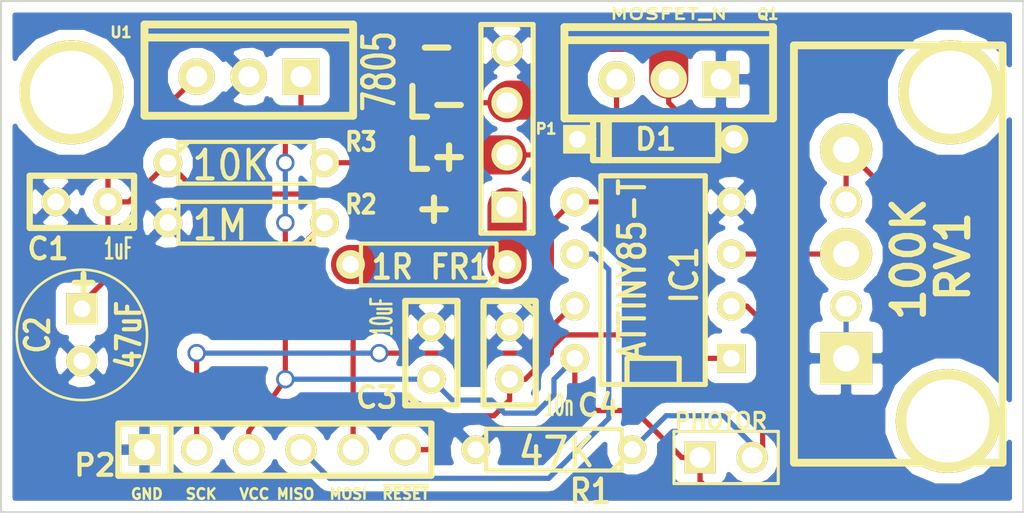
<source format=kicad_pcb>
(kicad_pcb (version 3) (host pcbnew "(2013-june-11)-stable")

  (general
    (links 38)
    (no_connects 0)
    (area 99.2505 99.8855 150.241 125.1966)
    (thickness 1.6)
    (drawings 9)
    (tracks 118)
    (zones 0)
    (modules 20)
    (nets 12)
  )

  (page A3)
  (layers
    (15 F.Cu signal)
    (0 B.Cu signal)
    (16 B.Adhes user)
    (17 F.Adhes user)
    (18 B.Paste user)
    (19 F.Paste user)
    (20 B.SilkS user)
    (21 F.SilkS user)
    (22 B.Mask user)
    (23 F.Mask user)
    (24 Dwgs.User user)
    (25 Cmts.User user)
    (26 Eco1.User user)
    (27 Eco2.User user)
    (28 Edge.Cuts user)
  )

  (setup
    (last_trace_width 1.905)
    (user_trace_width 0.254)
    (user_trace_width 1.27)
    (user_trace_width 1.905)
    (trace_clearance 0.254)
    (zone_clearance 0.508)
    (zone_45_only no)
    (trace_min 0.254)
    (segment_width 0.2)
    (edge_width 0.1)
    (via_size 0.889)
    (via_drill 0.635)
    (via_min_size 0.889)
    (via_min_drill 0.508)
    (uvia_size 0.508)
    (uvia_drill 0.127)
    (uvias_allowed no)
    (uvia_min_size 0.508)
    (uvia_min_drill 0.127)
    (pcb_text_width 0.3)
    (pcb_text_size 1.5 1.5)
    (mod_edge_width 0.15)
    (mod_text_size 1 1)
    (mod_text_width 0.15)
    (pad_size 5.064 5.064)
    (pad_drill 4.048)
    (pad_to_mask_clearance 0)
    (aux_axis_origin 0 0)
    (visible_elements FFFFFFBF)
    (pcbplotparams
      (layerselection 283148289)
      (usegerberextensions true)
      (excludeedgelayer true)
      (linewidth 0.150000)
      (plotframeref false)
      (viasonmask false)
      (mode 1)
      (useauxorigin false)
      (hpglpennumber 1)
      (hpglpenspeed 20)
      (hpglpendiameter 15)
      (hpglpenoverlay 2)
      (psnegative false)
      (psa4output false)
      (plotreference true)
      (plotvalue true)
      (plotothertext true)
      (plotinvisibletext false)
      (padsonsilk false)
      (subtractmaskfromsilk false)
      (outputformat 1)
      (mirror false)
      (drillshape 0)
      (scaleselection 1)
      (outputdirectory gerb/))
  )

  (net 0 "")
  (net 1 +12V)
  (net 2 /+12VS)
  (net 3 /ADC2)
  (net 4 /ADC3)
  (net 5 /DRAIN)
  (net 6 /MISO)
  (net 7 /MOSI)
  (net 8 /SCK)
  (net 9 /VCC)
  (net 10 /~RESET)
  (net 11 GND)

  (net_class Default "This is the default net class."
    (clearance 0.254)
    (trace_width 0.254)
    (via_dia 0.889)
    (via_drill 0.635)
    (uvia_dia 0.508)
    (uvia_drill 0.127)
    (add_net "")
    (add_net +12V)
    (add_net /+12VS)
    (add_net /ADC2)
    (add_net /ADC3)
    (add_net /MISO)
    (add_net /MOSI)
    (add_net /SCK)
    (add_net /VCC)
    (add_net /~RESET)
    (add_net GND)
  )

  (net_class POWER ""
    (clearance 0.508)
    (trace_width 1.27)
    (via_dia 0.889)
    (via_drill 0.635)
    (uvia_dia 0.508)
    (uvia_drill 0.127)
    (add_net /DRAIN)
  )

  (module 1pin (layer F.Cu) (tedit 5485044D) (tstamp 5484F982)
    (at 103.505 104.521 90)
    (descr "module 1 pin (ou trou mecanique de percage)")
    (tags DEV)
    (path 1pin)
    (fp_text reference 1PIN (at 0 -3.048 90) (layer F.SilkS) hide
      (effects (font (size 1.016 1.016) (thickness 0.254)))
    )
    (fp_text value P*** (at 0 2.794 90) (layer F.SilkS) hide
      (effects (font (size 1.016 1.016) (thickness 0.254)))
    )
    (fp_circle (center 0 0) (end 0 -2.286) (layer F.SilkS) (width 0.381))
    (pad 1 thru_hole circle (at 0 0 90) (size 5.064 5.064) (drill 4.048)
      (layers *.Cu *.Mask F.SilkS)
    )
  )

  (module 1pin (layer F.Cu) (tedit 54642926) (tstamp 54642993)
    (at 146.304 104.521 90)
    (descr "module 1 pin (ou trou mecanique de percage)")
    (tags DEV)
    (path 1pin)
    (fp_text reference 1PIN (at 0 -3.048 90) (layer F.SilkS) hide
      (effects (font (size 1.016 1.016) (thickness 0.254)))
    )
    (fp_text value P*** (at 0 2.794 90) (layer F.SilkS) hide
      (effects (font (size 1.016 1.016) (thickness 0.254)))
    )
    (fp_circle (center 0 0) (end 0 -2.286) (layer F.SilkS) (width 0.381))
    (pad 1 thru_hole circle (at 0 0 90) (size 5.064 5.064) (drill 4.048)
      (layers *.Cu *.Mask F.SilkS)
    )
  )

  (module 1pin (layer F.Cu) (tedit 54642926) (tstamp 54633299)
    (at 146.177 120.523 90)
    (descr "module 1 pin (ou trou mecanique de percage)")
    (tags DEV)
    (path 1pin)
    (fp_text reference 1PIN (at 0 -3.048 90) (layer F.SilkS) hide
      (effects (font (size 1.016 1.016) (thickness 0.254)))
    )
    (fp_text value P*** (at 0 2.794 90) (layer F.SilkS) hide
      (effects (font (size 1.016 1.016) (thickness 0.254)))
    )
    (fp_circle (center 0 0) (end 0 -2.286) (layer F.SilkS) (width 0.381))
    (pad 1 thru_hole circle (at 0 0 90) (size 5.064 5.064) (drill 4.048)
      (layers *.Cu *.Mask F.SilkS)
    )
  )

  (module POTA_Fav (layer F.Cu) (tedit 546421C5) (tstamp 5462C336)
    (at 146.304 112.395 180)
    (path /54618928)
    (fp_text reference RV1 (at -0.127 -0.127 270) (layer F.SilkS)
      (effects (font (size 1.524 1.524) (thickness 0.3048)))
    )
    (fp_text value 100K (at 2.032 -0.254 270) (layer F.SilkS)
      (effects (font (size 1.524 1.524) (thickness 0.3048)))
    )
    (fp_line (start 7.62 -10.16) (end 7.62 10.16) (layer F.SilkS) (width 0.381))
    (fp_line (start 7.62 10.16) (end 0 10.16) (layer F.SilkS) (width 0.381))
    (fp_line (start 0 10.16) (end -2.54 10.16) (layer F.SilkS) (width 0.381))
    (fp_line (start -2.54 10.16) (end -2.54 -10.16) (layer F.SilkS) (width 0.381))
    (fp_line (start -2.54 -10.16) (end 7.62 -10.16) (layer F.SilkS) (width 0.381))
    (pad 3 thru_hole circle (at 5.08 2.54 180) (size 1.524 1.524) (drill 1.016)
      (layers *.Cu *.Mask F.SilkS)
      (net 9 /VCC)
    )
    (pad 2 thru_hole circle (at 5.08 0 180) (size 2.54 2.54) (drill 1.27)
      (layers *.Cu *.Mask F.SilkS)
      (net 3 /ADC2)
    )
    (pad 1 thru_hole rect (at 5.08 -5.08 180) (size 2.54 2.54) (drill 1.27)
      (layers *.Cu *.Mask F.SilkS)
      (net 11 GND)
    )
    (pad 3 thru_hole circle (at 5.08 5.08 180) (size 2.54 2.54) (drill 1.27)
      (layers *.Cu *.Mask F.SilkS)
      (net 9 /VCC)
    )
    (pad 1 thru_hole circle (at 5.08 -2.54 180) (size 1.524 1.524) (drill 1.016)
      (layers *.Cu *.Mask F.SilkS)
      (net 11 GND)
    )
  )

  (module 1pin (layer F.Cu) (tedit 54642969) (tstamp 5484F98D)
    (at 103.4415 104.521 90)
    (descr "module 1 pin (ou trou mecanique de percage)")
    (tags DEV)
    (path 1pin)
    (fp_text reference 1PIN (at 0 -3.048 90) (layer F.SilkS) hide
      (effects (font (size 1.016 1.016) (thickness 0.254)))
    )
    (fp_text value P*** (at 0 2.794 90) (layer F.SilkS) hide
      (effects (font (size 1.016 1.016) (thickness 0.254)))
    )
    (fp_circle (center 0 0) (end 0 -2.286) (layer F.SilkS) (width 0.381))
  )

  (module PIN_ARRAY_2X1 (layer F.Cu) (tedit 5462D1DD) (tstamp 5462C73F)
    (at 135.382 122.301)
    (descr "Connecteurs 2 pins")
    (tags "CONN DEV")
    (path /5461F1C9)
    (fp_text reference PHOTOR1 (at 0 -1.905) (layer F.SilkS) hide
      (effects (font (size 0.762 0.762) (thickness 0.1524)))
    )
    (fp_text value PHOTOR (at -0.254 -1.778) (layer F.SilkS)
      (effects (font (size 0.762 0.762) (thickness 0.1524)))
    )
    (fp_line (start -2.54 1.27) (end -2.54 -1.27) (layer F.SilkS) (width 0.1524))
    (fp_line (start -2.54 -1.27) (end 2.54 -1.27) (layer F.SilkS) (width 0.1524))
    (fp_line (start 2.54 -1.27) (end 2.54 1.27) (layer F.SilkS) (width 0.1524))
    (fp_line (start 2.54 1.27) (end -2.54 1.27) (layer F.SilkS) (width 0.1524))
    (pad 1 thru_hole rect (at -1.27 0) (size 1.524 1.524) (drill 1.016)
      (layers *.Cu *.Mask F.SilkS)
      (net 9 /VCC)
    )
    (pad 2 thru_hole circle (at 1.27 0) (size 1.524 1.524) (drill 1.016)
      (layers *.Cu *.Mask F.SilkS)
      (net 4 /ADC3)
    )
    (model pin_array/pins_array_2x1.wrl
      (at (xyz 0 0 0))
      (scale (xyz 1 1 1))
      (rotate (xyz 0 0 0))
    )
  )

  (module TO220_VERT (layer F.Cu) (tedit 5485063A) (tstamp 5462C4ED)
    (at 112.141 103.759 90)
    (descr "Regulateur TO220 serie LM78xx")
    (tags "TR TO220")
    (path /546185D9)
    (fp_text reference U1 (at 2.159 -6.223 180) (layer F.SilkS)
      (effects (font (size 0.508 0.508) (thickness 0.127)))
    )
    (fp_text value 7805 (at 0.254 6.35 90) (layer F.SilkS)
      (effects (font (size 1.524 1.016) (thickness 0.2032)))
    )
    (fp_line (start 1.905 -5.08) (end 2.54 -5.08) (layer F.SilkS) (width 0.381))
    (fp_line (start 2.54 -5.08) (end 2.54 5.08) (layer F.SilkS) (width 0.381))
    (fp_line (start 2.54 5.08) (end 1.905 5.08) (layer F.SilkS) (width 0.381))
    (fp_line (start -1.905 -5.08) (end 1.905 -5.08) (layer F.SilkS) (width 0.381))
    (fp_line (start 1.905 -5.08) (end 1.905 5.08) (layer F.SilkS) (width 0.381))
    (fp_line (start 1.905 5.08) (end -1.905 5.08) (layer F.SilkS) (width 0.381))
    (fp_line (start -1.905 5.08) (end -1.905 -5.08) (layer F.SilkS) (width 0.381))
    (pad VI thru_hole circle (at 0 -2.54 90) (size 1.778 1.778) (drill 1.016)
      (layers *.Cu *.Mask F.SilkS)
      (net 2 /+12VS)
    )
    (pad GND thru_hole circle (at 0 0 90) (size 1.778 1.778) (drill 1.016)
      (layers *.Cu *.Mask F.SilkS)
      (net 11 GND)
    )
    (pad VO thru_hole rect (at 0 2.54 90) (size 1.778 1.778) (drill 1.016)
      (layers *.Cu *.Mask F.SilkS)
      (net 9 /VCC)
    )
  )

  (module TO220_VERT (layer F.Cu) (tedit 54850BB1) (tstamp 546429F1)
    (at 132.588 103.886 90)
    (descr "Regulateur TO220 serie LM78xx")
    (tags "TR TO220")
    (path /5461894E)
    (fp_text reference Q1 (at 3.175 4.826 180) (layer F.SilkS)
      (effects (font (size 0.508 0.508) (thickness 0.127)))
    )
    (fp_text value MOSFET_N (at 3.175 0 180) (layer F.SilkS)
      (effects (font (size 0.508 0.762) (thickness 0.127)))
    )
    (fp_line (start 1.905 -5.08) (end 2.54 -5.08) (layer F.SilkS) (width 0.381))
    (fp_line (start 2.54 -5.08) (end 2.54 5.08) (layer F.SilkS) (width 0.381))
    (fp_line (start 2.54 5.08) (end 1.905 5.08) (layer F.SilkS) (width 0.381))
    (fp_line (start -1.905 -5.08) (end 1.905 -5.08) (layer F.SilkS) (width 0.381))
    (fp_line (start 1.905 -5.08) (end 1.905 5.08) (layer F.SilkS) (width 0.381))
    (fp_line (start 1.905 5.08) (end -1.905 5.08) (layer F.SilkS) (width 0.381))
    (fp_line (start -1.905 5.08) (end -1.905 -5.08) (layer F.SilkS) (width 0.381))
    (pad G thru_hole circle (at 0 -2.54 90) (size 1.778 1.778) (drill 1.016)
      (layers *.Cu *.Mask F.SilkS)
      (net 7 /MOSI)
    )
    (pad D thru_hole circle (at 0 0 90) (size 1.778 1.778) (drill 1.016)
      (layers *.Cu *.Mask F.SilkS)
      (net 5 /DRAIN)
    )
    (pad S thru_hole rect (at 0 2.54 90) (size 1.778 1.778) (drill 1.016)
      (layers *.Cu *.Mask F.SilkS)
      (net 11 GND)
    )
  )

  (module R3 (layer F.Cu) (tedit 54850A23) (tstamp 5462C30E)
    (at 112.014 110.871 180)
    (descr "Resitance 3 pas")
    (tags R)
    (path /5461883F)
    (autoplace_cost180 10)
    (fp_text reference R2 (at -5.588 0.889 180) (layer F.SilkS)
      (effects (font (size 0.889 0.762) (thickness 0.1905)))
    )
    (fp_text value 1M (at 1.27 -0.127 180) (layer F.SilkS)
      (effects (font (size 1.397 1.27) (thickness 0.2032)))
    )
    (fp_line (start -3.81 0) (end -3.302 0) (layer F.SilkS) (width 0.2032))
    (fp_line (start 3.81 0) (end 3.302 0) (layer F.SilkS) (width 0.2032))
    (fp_line (start 3.302 0) (end 3.302 -1.016) (layer F.SilkS) (width 0.2032))
    (fp_line (start 3.302 -1.016) (end -3.302 -1.016) (layer F.SilkS) (width 0.2032))
    (fp_line (start -3.302 -1.016) (end -3.302 1.016) (layer F.SilkS) (width 0.2032))
    (fp_line (start -3.302 1.016) (end 3.302 1.016) (layer F.SilkS) (width 0.2032))
    (fp_line (start 3.302 1.016) (end 3.302 0) (layer F.SilkS) (width 0.2032))
    (fp_line (start -3.302 -0.508) (end -2.794 -1.016) (layer F.SilkS) (width 0.2032))
    (pad 1 thru_hole circle (at -3.81 0 180) (size 1.397 1.397) (drill 0.8128)
      (layers *.Cu *.Mask F.SilkS)
      (net 7 /MOSI)
    )
    (pad 2 thru_hole circle (at 3.81 0 180) (size 1.397 1.397) (drill 0.8128)
      (layers *.Cu *.Mask F.SilkS)
      (net 11 GND)
    )
    (model discret/resistor.wrl
      (at (xyz 0 0 0))
      (scale (xyz 0.3 0.3 0.3))
      (rotate (xyz 0 0 0))
    )
  )

  (module R3 (layer F.Cu) (tedit 54850956) (tstamp 5462C31C)
    (at 127 121.92 180)
    (descr "Resitance 3 pas")
    (tags R)
    (path /5462B8A8)
    (autoplace_cost180 10)
    (fp_text reference R1 (at -1.778 -2.032 180) (layer F.SilkS)
      (effects (font (size 1.143 1.016) (thickness 0.2032)))
    )
    (fp_text value 47K (at -0.127 -0.127 180) (layer F.SilkS)
      (effects (font (size 1.397 1.27) (thickness 0.2032)))
    )
    (fp_line (start -3.81 0) (end -3.302 0) (layer F.SilkS) (width 0.2032))
    (fp_line (start 3.81 0) (end 3.302 0) (layer F.SilkS) (width 0.2032))
    (fp_line (start 3.302 0) (end 3.302 -1.016) (layer F.SilkS) (width 0.2032))
    (fp_line (start 3.302 -1.016) (end -3.302 -1.016) (layer F.SilkS) (width 0.2032))
    (fp_line (start -3.302 -1.016) (end -3.302 1.016) (layer F.SilkS) (width 0.2032))
    (fp_line (start -3.302 1.016) (end 3.302 1.016) (layer F.SilkS) (width 0.2032))
    (fp_line (start 3.302 1.016) (end 3.302 0) (layer F.SilkS) (width 0.2032))
    (fp_line (start -3.302 -0.508) (end -2.794 -1.016) (layer F.SilkS) (width 0.2032))
    (pad 1 thru_hole circle (at -3.81 0 180) (size 1.397 1.397) (drill 0.8128)
      (layers *.Cu *.Mask F.SilkS)
      (net 4 /ADC3)
    )
    (pad 2 thru_hole circle (at 3.81 0 180) (size 1.397 1.397) (drill 0.8128)
      (layers *.Cu *.Mask F.SilkS)
      (net 11 GND)
    )
    (model discret/resistor.wrl
      (at (xyz 0 0 0))
      (scale (xyz 0.3 0.3 0.3))
      (rotate (xyz 0 0 0))
    )
  )

  (module PIN_ARRAY_4x1 (layer F.Cu) (tedit 54850609) (tstamp 5462C342)
    (at 124.714 106.299 90)
    (descr "Double rangee de contacts 2 x 5 pins")
    (tags CONN)
    (path /54618077)
    (fp_text reference P1 (at 0 1.905 180) (layer F.SilkS)
      (effects (font (size 0.508 0.508) (thickness 0.127)))
    )
    (fp_text value CONN_4 (at 0 2.54 90) (layer F.SilkS) hide
      (effects (font (size 1.016 1.016) (thickness 0.2032)))
    )
    (fp_line (start 5.08 1.27) (end -5.08 1.27) (layer F.SilkS) (width 0.254))
    (fp_line (start 5.08 -1.27) (end -5.08 -1.27) (layer F.SilkS) (width 0.254))
    (fp_line (start -5.08 -1.27) (end -5.08 1.27) (layer F.SilkS) (width 0.254))
    (fp_line (start 5.08 1.27) (end 5.08 -1.27) (layer F.SilkS) (width 0.254))
    (pad 1 thru_hole rect (at -3.81 0 90) (size 1.524 1.524) (drill 1.016)
      (layers *.Cu *.Mask F.SilkS)
      (net 1 +12V)
    )
    (pad 2 thru_hole circle (at -1.27 0 90) (size 1.524 1.524) (drill 1.016)
      (layers *.Cu *.Mask F.SilkS)
      (net 2 /+12VS)
    )
    (pad 3 thru_hole circle (at 1.27 0 90) (size 1.524 1.524) (drill 1.016)
      (layers *.Cu *.Mask F.SilkS)
      (net 5 /DRAIN)
    )
    (pad 4 thru_hole circle (at 3.81 0 90) (size 1.524 1.524) (drill 1.016)
      (layers *.Cu *.Mask F.SilkS)
      (net 11 GND)
    )
    (model pin_array\pins_array_4x1.wrl
      (at (xyz 0 0 0))
      (scale (xyz 1 1 1))
      (rotate (xyz 0 0 0))
    )
  )

  (module PIN_ARRAY-6X1 (layer F.Cu) (tedit 54850BCC) (tstamp 5462C351)
    (at 113.411 121.92)
    (descr "Connecteur 6 pins")
    (tags "CONN DEV")
    (path /54618647)
    (fp_text reference P2 (at -8.763 0.762) (layer F.SilkS)
      (effects (font (size 1.016 1.016) (thickness 0.2032)))
    )
    (fp_text value ICSP (at 0 2.159) (layer F.SilkS) hide
      (effects (font (size 1.016 0.889) (thickness 0.2032)))
    )
    (fp_line (start -7.62 1.27) (end -7.62 -1.27) (layer F.SilkS) (width 0.3048))
    (fp_line (start -7.62 -1.27) (end 7.62 -1.27) (layer F.SilkS) (width 0.3048))
    (fp_line (start 7.62 -1.27) (end 7.62 1.27) (layer F.SilkS) (width 0.3048))
    (fp_line (start 7.62 1.27) (end -7.62 1.27) (layer F.SilkS) (width 0.3048))
    (fp_line (start -5.08 1.27) (end -5.08 -1.27) (layer F.SilkS) (width 0.3048))
    (pad 1 thru_hole rect (at -6.35 0) (size 1.524 1.524) (drill 1.016)
      (layers *.Cu *.Mask F.SilkS)
      (net 11 GND)
    )
    (pad 2 thru_hole circle (at -3.81 0) (size 1.524 1.524) (drill 1.016)
      (layers *.Cu *.Mask F.SilkS)
      (net 8 /SCK)
    )
    (pad 3 thru_hole circle (at -1.27 0) (size 1.524 1.524) (drill 1.016)
      (layers *.Cu *.Mask F.SilkS)
      (net 9 /VCC)
    )
    (pad 4 thru_hole circle (at 1.27 0) (size 1.524 1.524) (drill 1.016)
      (layers *.Cu *.Mask F.SilkS)
      (net 6 /MISO)
    )
    (pad 5 thru_hole circle (at 3.81 0) (size 1.524 1.524) (drill 1.016)
      (layers *.Cu *.Mask F.SilkS)
      (net 7 /MOSI)
    )
    (pad 6 thru_hole circle (at 6.35 0) (size 1.524 1.524) (drill 1.016)
      (layers *.Cu *.Mask F.SilkS)
      (net 10 /~RESET)
    )
    (model pin_array/pins_array_6x1.wrl
      (at (xyz 0 0 0))
      (scale (xyz 1 1 1))
      (rotate (xyz 0 0 0))
    )
  )

  (module C1 (layer F.Cu) (tedit 548505C0) (tstamp 5484F93A)
    (at 104.013 109.855 180)
    (descr "Condensateur e = 1 pas")
    (tags C)
    (path /54618726)
    (fp_text reference C1 (at 1.651 -2.286 180) (layer F.SilkS)
      (effects (font (size 1.016 1.016) (thickness 0.2032)))
    )
    (fp_text value 1uF (at -1.778 -2.286 180) (layer F.SilkS)
      (effects (font (size 1.016 0.508) (thickness 0.127)))
    )
    (fp_line (start -2.4892 -1.27) (end 2.54 -1.27) (layer F.SilkS) (width 0.3048))
    (fp_line (start 2.54 -1.27) (end 2.54 1.27) (layer F.SilkS) (width 0.3048))
    (fp_line (start 2.54 1.27) (end -2.54 1.27) (layer F.SilkS) (width 0.3048))
    (fp_line (start -2.54 1.27) (end -2.54 -1.27) (layer F.SilkS) (width 0.3048))
    (fp_line (start -2.54 -0.635) (end -1.905 -1.27) (layer F.SilkS) (width 0.3048))
    (pad 1 thru_hole circle (at -1.27 0 180) (size 1.397 1.397) (drill 0.8128)
      (layers *.Cu *.Mask F.SilkS)
      (net 2 /+12VS)
    )
    (pad 2 thru_hole circle (at 1.27 0 180) (size 1.397 1.397) (drill 0.8128)
      (layers *.Cu *.Mask F.SilkS)
      (net 11 GND)
    )
    (model discret/capa_1_pas.wrl
      (at (xyz 0 0 0))
      (scale (xyz 1 1 1))
      (rotate (xyz 0 0 0))
    )
  )

  (module C1 (layer F.Cu) (tedit 5485092D) (tstamp 5462C36E)
    (at 121.031 117.221 90)
    (descr "Condensateur e = 1 pas")
    (tags C)
    (path /546187BF)
    (fp_text reference C3 (at -2.159 -2.667 180) (layer F.SilkS)
      (effects (font (size 1.016 1.016) (thickness 0.2032)))
    )
    (fp_text value 10uF (at 1.778 -2.413 90) (layer F.SilkS)
      (effects (font (size 1.016 0.508) (thickness 0.127)))
    )
    (fp_line (start -2.4892 -1.27) (end 2.54 -1.27) (layer F.SilkS) (width 0.3048))
    (fp_line (start 2.54 -1.27) (end 2.54 1.27) (layer F.SilkS) (width 0.3048))
    (fp_line (start 2.54 1.27) (end -2.54 1.27) (layer F.SilkS) (width 0.3048))
    (fp_line (start -2.54 1.27) (end -2.54 -1.27) (layer F.SilkS) (width 0.3048))
    (fp_line (start -2.54 -0.635) (end -1.905 -1.27) (layer F.SilkS) (width 0.3048))
    (pad 1 thru_hole circle (at -1.27 0 90) (size 1.397 1.397) (drill 0.8128)
      (layers *.Cu *.Mask F.SilkS)
      (net 9 /VCC)
    )
    (pad 2 thru_hole circle (at 1.27 0 90) (size 1.397 1.397) (drill 0.8128)
      (layers *.Cu *.Mask F.SilkS)
      (net 11 GND)
    )
    (model discret/capa_1_pas.wrl
      (at (xyz 0 0 0))
      (scale (xyz 1 1 1))
      (rotate (xyz 0 0 0))
    )
  )

  (module DIP-8__300 (layer F.Cu) (tedit 5462CA25) (tstamp 5462C55A)
    (at 131.826 113.665 90)
    (descr "8 pins DIL package, round pads")
    (tags DIL)
    (path /5461803C)
    (fp_text reference IC1 (at 0.254 1.524 90) (layer F.SilkS)
      (effects (font (size 1.27 1.143) (thickness 0.2032)))
    )
    (fp_text value ATTINY85-T (at 0.508 -1.016 90) (layer F.SilkS)
      (effects (font (size 1.27 1.016) (thickness 0.2032)))
    )
    (fp_line (start -5.08 -1.27) (end -3.81 -1.27) (layer F.SilkS) (width 0.254))
    (fp_line (start -3.81 -1.27) (end -3.81 1.27) (layer F.SilkS) (width 0.254))
    (fp_line (start -3.81 1.27) (end -5.08 1.27) (layer F.SilkS) (width 0.254))
    (fp_line (start -5.08 -2.54) (end 5.08 -2.54) (layer F.SilkS) (width 0.254))
    (fp_line (start 5.08 -2.54) (end 5.08 2.54) (layer F.SilkS) (width 0.254))
    (fp_line (start 5.08 2.54) (end -5.08 2.54) (layer F.SilkS) (width 0.254))
    (fp_line (start -5.08 2.54) (end -5.08 -2.54) (layer F.SilkS) (width 0.254))
    (pad 1 thru_hole rect (at -3.81 3.81 90) (size 1.397 1.397) (drill 0.8128)
      (layers *.Cu *.Mask F.SilkS)
      (net 10 /~RESET)
    )
    (pad 2 thru_hole circle (at -1.27 3.81 90) (size 1.397 1.397) (drill 0.8128)
      (layers *.Cu *.Mask F.SilkS)
      (net 4 /ADC3)
    )
    (pad 3 thru_hole circle (at 1.27 3.81 90) (size 1.397 1.397) (drill 0.8128)
      (layers *.Cu *.Mask F.SilkS)
      (net 3 /ADC2)
    )
    (pad 4 thru_hole circle (at 3.81 3.81 90) (size 1.397 1.397) (drill 0.8128)
      (layers *.Cu *.Mask F.SilkS)
      (net 11 GND)
    )
    (pad 5 thru_hole circle (at 3.81 -3.81 90) (size 1.397 1.397) (drill 0.8128)
      (layers *.Cu *.Mask F.SilkS)
      (net 7 /MOSI)
    )
    (pad 6 thru_hole circle (at 1.27 -3.81 90) (size 1.397 1.397) (drill 0.8128)
      (layers *.Cu *.Mask F.SilkS)
      (net 6 /MISO)
    )
    (pad 7 thru_hole circle (at -1.27 -3.81 90) (size 1.397 1.397) (drill 0.8128)
      (layers *.Cu *.Mask F.SilkS)
      (net 8 /SCK)
    )
    (pad 8 thru_hole circle (at -3.81 -3.81 90) (size 1.397 1.397) (drill 0.8128)
      (layers *.Cu *.Mask F.SilkS)
      (net 9 /VCC)
    )
    (model dil/dil_8.wrl
      (at (xyz 0 0 0))
      (scale (xyz 1 1 1))
      (rotate (xyz 0 0 0))
    )
  )

  (module C1 (layer F.Cu) (tedit 54850944) (tstamp 5462CCC7)
    (at 124.841 117.221 270)
    (descr "Condensateur e = 1 pas")
    (tags C)
    (path /5462CC33)
    (fp_text reference C4 (at 2.54 -4.318 360) (layer F.SilkS)
      (effects (font (size 1.016 1.016) (thickness 0.2032)))
    )
    (fp_text value 10n (at 2.54 -2.413 360) (layer F.SilkS)
      (effects (font (size 1.016 0.508) (thickness 0.127)))
    )
    (fp_line (start -2.4892 -1.27) (end 2.54 -1.27) (layer F.SilkS) (width 0.3048))
    (fp_line (start 2.54 -1.27) (end 2.54 1.27) (layer F.SilkS) (width 0.3048))
    (fp_line (start 2.54 1.27) (end -2.54 1.27) (layer F.SilkS) (width 0.3048))
    (fp_line (start -2.54 1.27) (end -2.54 -1.27) (layer F.SilkS) (width 0.3048))
    (fp_line (start -2.54 -0.635) (end -1.905 -1.27) (layer F.SilkS) (width 0.3048))
    (pad 1 thru_hole circle (at -1.27 0 270) (size 1.397 1.397) (drill 0.8128)
      (layers *.Cu *.Mask F.SilkS)
      (net 11 GND)
    )
    (pad 2 thru_hole circle (at 1.27 0 270) (size 1.397 1.397) (drill 0.8128)
      (layers *.Cu *.Mask F.SilkS)
      (net 10 /~RESET)
    )
    (model discret/capa_1_pas.wrl
      (at (xyz 0 0 0))
      (scale (xyz 1 1 1))
      (rotate (xyz 0 0 0))
    )
  )

  (module C1V7 (layer F.Cu) (tedit 54850BD6) (tstamp 5462D061)
    (at 104.013 116.332 270)
    (path /5461876D)
    (fp_text reference C2 (at 0 2.159 270) (layer F.SilkS)
      (effects (font (size 1.143 0.889) (thickness 0.2032)))
    )
    (fp_text value 47uF (at 0 -2.286 270) (layer F.SilkS)
      (effects (font (size 1.143 0.889) (thickness 0.2032)))
    )
    (fp_text user + (at -2.54 0 270) (layer F.SilkS)
      (effects (font (size 1.143 1.143) (thickness 0.3048)))
    )
    (fp_circle (center 0 0) (end 3.175 0) (layer F.SilkS) (width 0.127))
    (pad 1 thru_hole rect (at -1.27 0 270) (size 1.524 1.524) (drill 0.8128)
      (layers *.Cu *.Mask F.SilkS)
      (net 2 /+12VS)
    )
    (pad 2 thru_hole circle (at 1.27 0 270) (size 1.524 1.524) (drill 0.8128)
      (layers *.Cu *.Mask F.SilkS)
      (net 11 GND)
    )
    (model discret/c_vert_c1v7.wrl
      (at (xyz 0 0 0))
      (scale (xyz 1 1 1))
      (rotate (xyz 0 0 0))
    )
  )

  (module R3 (layer F.Cu) (tedit 54850A1E) (tstamp 5484F949)
    (at 112.014 107.95)
    (descr "Resitance 3 pas")
    (tags R)
    (path /54771078)
    (autoplace_cost180 10)
    (fp_text reference R3 (at 5.588 -1.016) (layer F.SilkS)
      (effects (font (size 0.889 0.762) (thickness 0.1905)))
    )
    (fp_text value 10K (at -0.762 0.127) (layer F.SilkS)
      (effects (font (size 1.397 1.27) (thickness 0.2032)))
    )
    (fp_line (start -3.81 0) (end -3.302 0) (layer F.SilkS) (width 0.2032))
    (fp_line (start 3.81 0) (end 3.302 0) (layer F.SilkS) (width 0.2032))
    (fp_line (start 3.302 0) (end 3.302 -1.016) (layer F.SilkS) (width 0.2032))
    (fp_line (start 3.302 -1.016) (end -3.302 -1.016) (layer F.SilkS) (width 0.2032))
    (fp_line (start -3.302 -1.016) (end -3.302 1.016) (layer F.SilkS) (width 0.2032))
    (fp_line (start -3.302 1.016) (end 3.302 1.016) (layer F.SilkS) (width 0.2032))
    (fp_line (start 3.302 1.016) (end 3.302 0) (layer F.SilkS) (width 0.2032))
    (fp_line (start -3.302 -0.508) (end -2.794 -1.016) (layer F.SilkS) (width 0.2032))
    (pad 1 thru_hole circle (at -3.81 0) (size 1.397 1.397) (drill 0.8128)
      (layers *.Cu *.Mask F.SilkS)
      (net 2 /+12VS)
    )
    (pad 2 thru_hole circle (at 3.81 0) (size 1.397 1.397) (drill 0.8128)
      (layers *.Cu *.Mask F.SilkS)
      (net 5 /DRAIN)
    )
    (model discret/resistor.wrl
      (at (xyz 0 0 0))
      (scale (xyz 0.3 0.3 0.3))
      (rotate (xyz 0 0 0))
    )
  )

  (module R3 (layer F.Cu) (tedit 54851234) (tstamp 548510ED)
    (at 120.904 112.903 180)
    (descr "Resitance 3 pas")
    (tags R)
    (path /54850EF1)
    (autoplace_cost180 10)
    (fp_text reference FR1 (at -1.524 -0.127 180) (layer F.SilkS)
      (effects (font (size 1.143 1.016) (thickness 0.2032)))
    )
    (fp_text value 1R (at 1.778 -0.127 180) (layer F.SilkS)
      (effects (font (size 1.143 1.016) (thickness 0.2032)))
    )
    (fp_line (start -3.81 0) (end -3.302 0) (layer F.SilkS) (width 0.2032))
    (fp_line (start 3.81 0) (end 3.302 0) (layer F.SilkS) (width 0.2032))
    (fp_line (start 3.302 0) (end 3.302 -1.016) (layer F.SilkS) (width 0.2032))
    (fp_line (start 3.302 -1.016) (end -3.302 -1.016) (layer F.SilkS) (width 0.2032))
    (fp_line (start -3.302 -1.016) (end -3.302 1.016) (layer F.SilkS) (width 0.2032))
    (fp_line (start -3.302 1.016) (end 3.302 1.016) (layer F.SilkS) (width 0.2032))
    (fp_line (start 3.302 1.016) (end 3.302 0) (layer F.SilkS) (width 0.2032))
    (fp_line (start -3.302 -0.508) (end -2.794 -1.016) (layer F.SilkS) (width 0.2032))
    (pad 1 thru_hole circle (at -3.81 0 180) (size 1.397 1.397) (drill 0.8128)
      (layers *.Cu *.Mask F.SilkS)
      (net 1 +12V)
    )
    (pad 2 thru_hole circle (at 3.81 0 180) (size 1.397 1.397) (drill 0.8128)
      (layers *.Cu *.Mask F.SilkS)
      (net 2 /+12VS)
    )
    (model discret/resistor.wrl
      (at (xyz 0 0 0))
      (scale (xyz 0.3 0.3 0.3))
      (rotate (xyz 0 0 0))
    )
  )

  (module D3 (layer F.Cu) (tedit 200000) (tstamp 5485161C)
    (at 131.953 106.807 180)
    (descr "Diode 3 pas")
    (tags "DIODE DEV")
    (path /54851518)
    (fp_text reference D1 (at 0 0 180) (layer F.SilkS)
      (effects (font (size 1.016 1.016) (thickness 0.2032)))
    )
    (fp_text value DIODE (at 0 0 180) (layer F.SilkS) hide
      (effects (font (size 1.016 1.016) (thickness 0.2032)))
    )
    (fp_line (start 3.81 0) (end 3.048 0) (layer F.SilkS) (width 0.3048))
    (fp_line (start 3.048 0) (end 3.048 -1.016) (layer F.SilkS) (width 0.3048))
    (fp_line (start 3.048 -1.016) (end -3.048 -1.016) (layer F.SilkS) (width 0.3048))
    (fp_line (start -3.048 -1.016) (end -3.048 0) (layer F.SilkS) (width 0.3048))
    (fp_line (start -3.048 0) (end -3.81 0) (layer F.SilkS) (width 0.3048))
    (fp_line (start -3.048 0) (end -3.048 1.016) (layer F.SilkS) (width 0.3048))
    (fp_line (start -3.048 1.016) (end 3.048 1.016) (layer F.SilkS) (width 0.3048))
    (fp_line (start 3.048 1.016) (end 3.048 0) (layer F.SilkS) (width 0.3048))
    (fp_line (start 2.54 -1.016) (end 2.54 1.016) (layer F.SilkS) (width 0.3048))
    (fp_line (start 2.286 1.016) (end 2.286 -1.016) (layer F.SilkS) (width 0.3048))
    (pad 2 thru_hole rect (at 3.81 0 180) (size 1.397 1.397) (drill 0.8128)
      (layers *.Cu *.Mask F.SilkS)
      (net 2 /+12VS)
    )
    (pad 1 thru_hole circle (at -3.81 0 180) (size 1.397 1.397) (drill 0.8128)
      (layers *.Cu *.Mask F.SilkS)
      (net 5 /DRAIN)
    )
    (model discret/diode.wrl
      (at (xyz 0 0 0))
      (scale (xyz 0.3 0.3 0.3))
      (rotate (xyz 0 0 0))
    )
  )

  (gr_text "GND   SCK   VCC MISO  MOSI  ~RESET" (at 113.665 124.079) (layer F.SilkS)
    (effects (font (size 0.5 0.5) (thickness 0.125)))
  )
  (gr_text L- (at 121.285 105.029) (layer F.SilkS)
    (effects (font (size 1.5 1.5) (thickness 0.3)))
  )
  (gr_text L+ (at 121.285 107.569) (layer F.SilkS)
    (effects (font (size 1.5 1.5) (thickness 0.3)))
  )
  (gr_text + (at 121.158 110.109) (layer F.SilkS)
    (effects (font (size 1.5 1.5) (thickness 0.3)))
  )
  (gr_text - (at 121.285 102.235) (layer F.SilkS)
    (effects (font (size 1.5 1.5) (thickness 0.3)))
  )
  (gr_line (start 100.076 124.968) (end 100.076 100.076) (angle 90) (layer Edge.Cuts) (width 0.1))
  (gr_line (start 149.86 124.968) (end 100.076 124.968) (angle 90) (layer Edge.Cuts) (width 0.1))
  (gr_line (start 149.86 100.076) (end 149.86 124.968) (angle 90) (layer Edge.Cuts) (width 0.1))
  (gr_line (start 100.076 100.076) (end 149.86 100.076) (angle 90) (layer Edge.Cuts) (width 0.1))

  (segment (start 124.714 112.903) (end 124.714 110.109) (width 1.905) (layer F.Cu) (net 1))
  (segment (start 108.204 107.95) (end 109.728 109.474) (width 0.254) (layer F.Cu) (net 2))
  (segment (start 120.777 109.474) (end 120.904 109.601) (width 0.254) (layer F.Cu) (net 2) (tstamp 54851A61))
  (segment (start 109.728 109.474) (end 120.777 109.474) (width 0.254) (layer F.Cu) (net 2) (tstamp 54851A5A))
  (segment (start 124.714 107.569) (end 122.936 107.569) (width 1.905) (layer F.Cu) (net 2))
  (segment (start 122.936 107.569) (end 120.904 109.601) (width 1.905) (layer F.Cu) (net 2) (tstamp 54851A2D))
  (segment (start 119.888 112.903) (end 117.094 112.903) (width 1.905) (layer F.Cu) (net 2) (tstamp 54851A33))
  (segment (start 120.904 109.601) (end 120.904 111.887) (width 1.905) (layer F.Cu) (net 2) (tstamp 54851A2F))
  (segment (start 120.904 111.887) (end 119.888 112.903) (width 1.905) (layer F.Cu) (net 2) (tstamp 54851A30))
  (segment (start 128.143 106.807) (end 127.381 106.807) (width 0.254) (layer F.Cu) (net 2))
  (segment (start 126.619 107.569) (end 124.714 107.569) (width 0.254) (layer F.Cu) (net 2) (tstamp 548516E0))
  (segment (start 127.381 106.807) (end 126.619 107.569) (width 0.254) (layer F.Cu) (net 2) (tstamp 548516DF))
  (segment (start 105.283 109.855) (end 105.283 108.077) (width 0.254) (layer F.Cu) (net 2))
  (segment (start 105.283 108.077) (end 109.601 103.759) (width 0.254) (layer F.Cu) (net 2) (tstamp 5485126A))
  (segment (start 105.283 109.855) (end 106.299 109.855) (width 0.254) (layer F.Cu) (net 2))
  (segment (start 106.299 109.855) (end 108.204 107.95) (width 0.254) (layer F.Cu) (net 2) (tstamp 54850CD3))
  (segment (start 104.013 115.062) (end 104.013 114.808) (width 0.254) (layer F.Cu) (net 2))
  (segment (start 105.283 113.538) (end 105.283 109.855) (width 0.254) (layer F.Cu) (net 2) (tstamp 5484FBE2))
  (segment (start 104.013 114.808) (end 105.283 113.538) (width 0.254) (layer F.Cu) (net 2) (tstamp 5484FBE0))
  (segment (start 135.636 112.395) (end 141.224 112.395) (width 0.254) (layer F.Cu) (net 3))
  (segment (start 130.81 121.92) (end 132.461 120.269) (width 0.254) (layer B.Cu) (net 4))
  (segment (start 136.652 121.666) (end 136.652 122.301) (width 0.254) (layer B.Cu) (net 4) (tstamp 5462D284))
  (segment (start 135.255 120.269) (end 136.652 121.666) (width 0.254) (layer B.Cu) (net 4) (tstamp 5462D280))
  (segment (start 132.461 120.269) (end 135.255 120.269) (width 0.254) (layer B.Cu) (net 4) (tstamp 5462D27E))
  (segment (start 135.636 114.935) (end 136.398 114.935) (width 0.254) (layer F.Cu) (net 4))
  (segment (start 137.16 121.793) (end 136.652 122.301) (width 0.254) (layer F.Cu) (net 4) (tstamp 5462D25C))
  (segment (start 137.16 115.697) (end 137.16 121.793) (width 0.254) (layer F.Cu) (net 4) (tstamp 5462D25A))
  (segment (start 136.398 114.935) (end 137.16 115.697) (width 0.254) (layer F.Cu) (net 4) (tstamp 5462D256))
  (segment (start 132.588 103.886) (end 132.588 102.235) (width 1.905) (layer F.Cu) (net 5) (status 400000))
  (segment (start 124.841 104.902) (end 124.714 105.029) (width 1.905) (layer F.Cu) (net 5) (tstamp 54852297) (status C00000))
  (segment (start 126.492 104.902) (end 124.841 104.902) (width 1.905) (layer F.Cu) (net 5) (tstamp 54852296) (status 800000))
  (segment (start 127.381 104.013) (end 126.492 104.902) (width 1.905) (layer F.Cu) (net 5) (tstamp 54852290))
  (segment (start 127.381 102.108) (end 127.381 104.013) (width 1.905) (layer F.Cu) (net 5) (tstamp 54852288))
  (segment (start 127.889 101.6) (end 127.381 102.108) (width 1.905) (layer F.Cu) (net 5) (tstamp 54852282))
  (segment (start 131.953 101.6) (end 127.889 101.6) (width 1.905) (layer F.Cu) (net 5) (tstamp 5485227E))
  (segment (start 132.588 102.235) (end 131.953 101.6) (width 1.905) (layer F.Cu) (net 5) (tstamp 54852277))
  (segment (start 135.763 106.807) (end 134.366 106.807) (width 0.254) (layer F.Cu) (net 5))
  (segment (start 132.588 105.029) (end 132.588 103.886) (width 0.254) (layer F.Cu) (net 5) (tstamp 548516D8))
  (segment (start 134.366 106.807) (end 132.588 105.029) (width 0.254) (layer F.Cu) (net 5) (tstamp 548516D6))
  (segment (start 115.824 107.95) (end 119.634 107.95) (width 0.254) (layer F.Cu) (net 5))
  (segment (start 122.555 105.029) (end 124.714 105.029) (width 0.254) (layer F.Cu) (net 5) (tstamp 54850150))
  (segment (start 119.634 107.95) (end 122.555 105.029) (width 0.254) (layer F.Cu) (net 5) (tstamp 5485014A))
  (segment (start 128.016 112.395) (end 128.905 112.395) (width 0.254) (layer B.Cu) (net 6))
  (segment (start 116.078 123.317) (end 114.681 121.92) (width 0.254) (layer B.Cu) (net 6) (tstamp 5484FD46))
  (segment (start 126.746 123.317) (end 116.078 123.317) (width 0.254) (layer B.Cu) (net 6) (tstamp 5484FD42))
  (segment (start 129.667 120.396) (end 126.746 123.317) (width 0.254) (layer B.Cu) (net 6) (tstamp 5484FD3E))
  (segment (start 129.667 113.157) (end 129.667 120.396) (width 0.254) (layer B.Cu) (net 6) (tstamp 5484FD39))
  (segment (start 128.905 112.395) (end 129.667 113.157) (width 0.254) (layer B.Cu) (net 6) (tstamp 5484FD34))
  (segment (start 130.048 103.886) (end 130.048 109.347) (width 0.254) (layer F.Cu) (net 7))
  (segment (start 129.54 109.855) (end 128.016 109.855) (width 0.254) (layer F.Cu) (net 7) (tstamp 54851642))
  (segment (start 130.048 109.347) (end 129.54 109.855) (width 0.254) (layer F.Cu) (net 7) (tstamp 5485163C))
  (segment (start 115.824 110.871) (end 115.062 111.633) (width 0.254) (layer F.Cu) (net 7))
  (segment (start 115.697 114.681) (end 117.221 114.681) (width 0.254) (layer F.Cu) (net 7) (tstamp 548512FE))
  (segment (start 115.062 114.046) (end 115.697 114.681) (width 0.254) (layer F.Cu) (net 7) (tstamp 548512F9))
  (segment (start 115.062 111.633) (end 115.062 114.046) (width 0.254) (layer F.Cu) (net 7) (tstamp 548512F5))
  (segment (start 128.016 109.855) (end 127.889 109.855) (width 0.254) (layer F.Cu) (net 7))
  (segment (start 125.349 114.681) (end 117.221 114.681) (width 0.254) (layer F.Cu) (net 7) (tstamp 548506BA))
  (segment (start 126.873 113.157) (end 125.349 114.681) (width 0.254) (layer F.Cu) (net 7) (tstamp 548506B4))
  (segment (start 126.873 110.871) (end 126.873 113.157) (width 0.254) (layer F.Cu) (net 7) (tstamp 548506AD))
  (segment (start 127.889 109.855) (end 126.873 110.871) (width 0.254) (layer F.Cu) (net 7) (tstamp 548506AB))
  (segment (start 117.221 121.92) (end 117.221 114.681) (width 0.254) (layer F.Cu) (net 7))
  (segment (start 117.221 114.681) (end 117.221 114.681) (width 0.254) (layer F.Cu) (net 7) (tstamp 548506C5))
  (segment (start 128.016 114.935) (end 127.889 114.935) (width 0.254) (layer F.Cu) (net 8))
  (segment (start 109.601 121.539) (end 109.601 121.92) (width 0.254) (layer F.Cu) (net 8) (tstamp 5485091F))
  (segment (start 109.601 117.221) (end 109.601 121.539) (width 0.254) (layer F.Cu) (net 8) (tstamp 5485091D))
  (segment (start 109.601 117.221) (end 109.601 117.221) (width 0.254) (layer F.Cu) (net 8) (tstamp 5485091C))
  (via (at 109.601 117.221) (size 0.889) (layers F.Cu B.Cu) (net 8))
  (segment (start 118.491 117.221) (end 109.601 117.221) (width 0.254) (layer B.Cu) (net 8) (tstamp 54850918))
  (via (at 118.491 117.221) (size 0.889) (layers F.Cu B.Cu) (net 8))
  (segment (start 125.603 117.221) (end 118.491 117.221) (width 0.254) (layer F.Cu) (net 8) (tstamp 5485090A))
  (segment (start 127.889 114.935) (end 125.603 117.221) (width 0.254) (layer F.Cu) (net 8) (tstamp 54850908))
  (segment (start 113.919 118.491) (end 113.919 110.871) (width 0.254) (layer F.Cu) (net 9))
  (segment (start 114.681 106.172) (end 114.681 103.759) (width 0.254) (layer F.Cu) (net 9) (tstamp 54850A09))
  (segment (start 113.919 106.934) (end 114.681 106.172) (width 0.254) (layer F.Cu) (net 9) (tstamp 54850A03))
  (segment (start 113.919 107.95) (end 113.919 106.934) (width 0.254) (layer F.Cu) (net 9) (tstamp 54850A02))
  (via (at 113.919 107.95) (size 0.889) (layers F.Cu B.Cu) (net 9))
  (segment (start 113.919 110.871) (end 113.919 107.95) (width 0.254) (layer B.Cu) (net 9) (tstamp 548509FD))
  (via (at 113.919 110.871) (size 0.889) (layers F.Cu B.Cu) (net 9))
  (segment (start 121.031 118.491) (end 113.919 118.491) (width 0.254) (layer B.Cu) (net 9))
  (segment (start 112.141 121.031) (end 112.141 121.92) (width 0.254) (layer F.Cu) (net 9) (tstamp 54850896))
  (segment (start 113.919 118.491) (end 112.141 121.031) (width 0.254) (layer F.Cu) (net 9) (tstamp 54850895))
  (via (at 113.919 118.491) (size 0.889) (layers F.Cu B.Cu) (net 9))
  (segment (start 128.016 117.475) (end 127 118.491) (width 0.254) (layer B.Cu) (net 9))
  (segment (start 122.047 119.507) (end 121.031 118.491) (width 0.254) (layer B.Cu) (net 9) (tstamp 548507C3))
  (segment (start 123.952 119.507) (end 122.047 119.507) (width 0.254) (layer B.Cu) (net 9) (tstamp 548507C1))
  (segment (start 124.587 120.142) (end 123.952 119.507) (width 0.254) (layer B.Cu) (net 9) (tstamp 548507BF))
  (segment (start 126.111 120.142) (end 124.587 120.142) (width 0.254) (layer B.Cu) (net 9) (tstamp 548507BD))
  (segment (start 127 119.253) (end 126.111 120.142) (width 0.254) (layer B.Cu) (net 9) (tstamp 548507B8))
  (segment (start 127 118.491) (end 127 119.253) (width 0.254) (layer B.Cu) (net 9) (tstamp 548507B4))
  (segment (start 134.112 122.301) (end 134.112 123.444) (width 0.254) (layer F.Cu) (net 9))
  (segment (start 143.256 109.347) (end 141.224 107.315) (width 0.254) (layer F.Cu) (net 9) (tstamp 546428DC))
  (segment (start 143.256 118.872) (end 143.256 109.347) (width 0.254) (layer F.Cu) (net 9) (tstamp 546428D6))
  (segment (start 142.748 119.38) (end 143.256 118.872) (width 0.254) (layer F.Cu) (net 9) (tstamp 546428D4))
  (segment (start 139.954 119.38) (end 142.748 119.38) (width 0.254) (layer F.Cu) (net 9) (tstamp 546428CB))
  (segment (start 138.811 120.523) (end 139.954 119.38) (width 0.254) (layer F.Cu) (net 9) (tstamp 546428C9))
  (segment (start 138.811 123.571) (end 138.811 120.523) (width 0.254) (layer F.Cu) (net 9) (tstamp 546428C7))
  (segment (start 138.684 123.698) (end 138.811 123.571) (width 0.254) (layer F.Cu) (net 9) (tstamp 546428C4))
  (segment (start 134.366 123.698) (end 138.684 123.698) (width 0.254) (layer F.Cu) (net 9) (tstamp 546428BF))
  (segment (start 134.112 123.444) (end 134.366 123.698) (width 0.254) (layer F.Cu) (net 9) (tstamp 546428B4))
  (segment (start 141.224 107.315) (end 141.224 109.855) (width 0.254) (layer F.Cu) (net 9))
  (segment (start 133.223 122.301) (end 134.112 122.301) (width 0.254) (layer F.Cu) (net 9) (tstamp 5462D29B))
  (segment (start 130.937 120.015) (end 133.223 122.301) (width 0.254) (layer F.Cu) (net 9) (tstamp 5462D298))
  (segment (start 129.032 120.015) (end 130.937 120.015) (width 0.254) (layer F.Cu) (net 9) (tstamp 5462D295))
  (segment (start 128.016 117.475) (end 128.016 118.999) (width 0.254) (layer F.Cu) (net 9))
  (segment (start 128.016 118.999) (end 129.032 120.015) (width 0.254) (layer F.Cu) (net 9) (tstamp 5462D291))
  (segment (start 124.841 118.491) (end 125.603 118.491) (width 0.254) (layer F.Cu) (net 10))
  (segment (start 133.731 117.475) (end 135.636 117.475) (width 0.254) (layer F.Cu) (net 10) (tstamp 54850727))
  (segment (start 132.588 116.332) (end 133.731 117.475) (width 0.254) (layer F.Cu) (net 10) (tstamp 54850722))
  (segment (start 127.508 116.332) (end 132.588 116.332) (width 0.254) (layer F.Cu) (net 10) (tstamp 54850720))
  (segment (start 126.873 116.967) (end 127.508 116.332) (width 0.254) (layer F.Cu) (net 10) (tstamp 5485071F))
  (segment (start 126.873 117.221) (end 126.873 116.967) (width 0.254) (layer F.Cu) (net 10) (tstamp 5485071C))
  (segment (start 125.603 118.491) (end 126.873 117.221) (width 0.254) (layer F.Cu) (net 10) (tstamp 54850719))
  (segment (start 119.761 121.92) (end 120.904 121.92) (width 0.254) (layer F.Cu) (net 10))
  (segment (start 124.841 119.507) (end 124.841 118.491) (width 0.254) (layer F.Cu) (net 10) (tstamp 548506F7))
  (segment (start 124.079 120.269) (end 124.841 119.507) (width 0.254) (layer F.Cu) (net 10) (tstamp 548506F3))
  (segment (start 122.555 120.269) (end 124.079 120.269) (width 0.254) (layer F.Cu) (net 10) (tstamp 548506EC))
  (segment (start 120.904 121.92) (end 122.555 120.269) (width 0.254) (layer F.Cu) (net 10) (tstamp 548506E5))
  (segment (start 141.224 117.475) (end 141.224 114.935) (width 0.254) (layer B.Cu) (net 11))

  (zone (net 11) (net_name GND) (layer B.Cu) (tstamp 5462CE91) (hatch edge 0.508)
    (connect_pads (clearance 0.508))
    (min_thickness 0.254)
    (fill (arc_segments 16) (thermal_gap 0.508) (thermal_bridge_width 0.508))
    (polygon
      (pts
        (xy 149.606 124.714) (xy 100.33 124.714) (xy 100.33 100.33) (xy 149.606 100.33)
      )
    )
    (filled_polygon
      (pts
        (xy 141.417747 114.949142) (xy 141.238142 115.128747) (xy 141.224 115.114605) (xy 141.209857 115.128747) (xy 141.030252 114.949142)
        (xy 141.044395 114.935) (xy 141.030252 114.920857) (xy 141.209857 114.741252) (xy 141.224 114.755395) (xy 141.238142 114.741252)
        (xy 141.417747 114.920857) (xy 141.403605 114.935) (xy 141.417747 114.949142)
      )
    )
    (filled_polygon
      (pts
        (xy 149.175 124.283) (xy 141.097 124.283) (xy 141.097 119.22125) (xy 141.097 117.602) (xy 139.47775 117.602)
        (xy 139.319 117.76075) (xy 139.31889 118.619245) (xy 139.319111 118.871864) (xy 139.415987 119.105168) (xy 139.594771 119.283641)
        (xy 139.828245 119.38011) (xy 140.93825 119.38) (xy 141.097 119.22125) (xy 141.097 124.283) (xy 138.049241 124.283)
        (xy 138.049241 122.024339) (xy 137.837009 121.510697) (xy 137.44437 121.117372) (xy 136.993988 120.930358) (xy 136.981924 120.918294)
        (xy 136.981924 110.04752) (xy 136.953146 109.517802) (xy 136.805798 109.162072) (xy 136.65211 109.121856) (xy 136.65211 104.900755)
        (xy 136.65211 102.871245) (xy 136.555641 102.637771) (xy 136.377168 102.458987) (xy 136.143864 102.362111) (xy 135.891245 102.36189)
        (xy 135.41375 102.362) (xy 135.255 102.52075) (xy 135.255 103.759) (xy 136.49325 103.759) (xy 136.652 103.60025)
        (xy 136.65211 102.871245) (xy 136.65211 104.900755) (xy 136.652 104.17175) (xy 136.49325 104.013) (xy 135.255 104.013)
        (xy 135.255 105.25125) (xy 135.41375 105.41) (xy 135.891245 105.41011) (xy 136.143864 105.409889) (xy 136.377168 105.313013)
        (xy 136.555641 105.134229) (xy 136.65211 104.900755) (xy 136.65211 109.121856) (xy 136.570186 109.100419) (xy 136.390581 109.280024)
        (xy 136.390581 108.920814) (xy 136.328928 108.685202) (xy 135.82852 108.509076) (xy 135.298802 108.537854) (xy 135.001 108.661207)
        (xy 135.001 105.25125) (xy 135.001 104.013) (xy 134.981 104.013) (xy 134.981 103.759) (xy 135.001 103.759)
        (xy 135.001 102.52075) (xy 134.84225 102.362) (xy 134.364755 102.36189) (xy 134.112136 102.362111) (xy 133.878832 102.458987)
        (xy 133.700359 102.637771) (xy 133.640338 102.783033) (xy 133.452403 102.59477) (xy 132.892472 102.362266) (xy 132.286188 102.361737)
        (xy 131.725852 102.593263) (xy 131.317664 103.000739) (xy 130.912403 102.59477) (xy 130.352472 102.362266) (xy 129.746188 102.361737)
        (xy 129.185852 102.593263) (xy 128.75677 103.021597) (xy 128.524266 103.581528) (xy 128.523737 104.187812) (xy 128.755263 104.748148)
        (xy 129.183597 105.17723) (xy 129.743528 105.409734) (xy 130.349812 105.410263) (xy 130.910148 105.178737) (xy 131.318335 104.77126)
        (xy 131.723597 105.17723) (xy 132.283528 105.409734) (xy 132.889812 105.410263) (xy 133.450148 105.178737) (xy 133.640312 104.988904)
        (xy 133.700359 105.134229) (xy 133.878832 105.313013) (xy 134.112136 105.409889) (xy 134.364755 105.41011) (xy 134.84225 105.41)
        (xy 135.001 105.25125) (xy 135.001 108.661207) (xy 134.943072 108.685202) (xy 134.881419 108.920814) (xy 135.636 109.675395)
        (xy 136.390581 108.920814) (xy 136.390581 109.280024) (xy 135.815605 109.855) (xy 136.570186 110.609581) (xy 136.805798 110.547928)
        (xy 136.981924 110.04752) (xy 136.981924 120.918294) (xy 136.96973 120.9061) (xy 136.96973 114.670914) (xy 136.767145 114.18062)
        (xy 136.392353 113.805174) (xy 136.054551 113.664906) (xy 136.39038 113.526145) (xy 136.765826 113.151353) (xy 136.969267 112.661413)
        (xy 136.96973 112.130914) (xy 136.767145 111.64062) (xy 136.392353 111.265174) (xy 136.070877 111.131685) (xy 136.328928 111.024798)
        (xy 136.390581 110.789186) (xy 135.636 110.034605) (xy 135.456395 110.21421) (xy 135.456395 109.855) (xy 134.701814 109.100419)
        (xy 134.466202 109.162072) (xy 134.290076 109.66248) (xy 134.318854 110.192198) (xy 134.466202 110.547928) (xy 134.701814 110.609581)
        (xy 135.456395 109.855) (xy 135.456395 110.21421) (xy 134.881419 110.789186) (xy 134.943072 111.024798) (xy 135.222316 111.123082)
        (xy 134.88162 111.263855) (xy 134.506174 111.638647) (xy 134.302733 112.128587) (xy 134.30227 112.659086) (xy 134.504855 113.14938)
        (xy 134.879647 113.524826) (xy 135.217448 113.665093) (xy 134.88162 113.803855) (xy 134.506174 114.178647) (xy 134.302733 114.668587)
        (xy 134.30227 115.199086) (xy 134.504855 115.68938) (xy 134.879647 116.064826) (xy 135.064033 116.14139) (xy 134.811745 116.14139)
        (xy 134.578271 116.237859) (xy 134.399487 116.416332) (xy 134.302611 116.649636) (xy 134.30239 116.902255) (xy 134.30239 118.299255)
        (xy 134.398859 118.532729) (xy 134.577332 118.711513) (xy 134.810636 118.808389) (xy 135.063255 118.80861) (xy 136.460255 118.80861)
        (xy 136.693729 118.712141) (xy 136.872513 118.533668) (xy 136.969389 118.300364) (xy 136.96961 118.047745) (xy 136.96961 116.650745)
        (xy 136.873141 116.417271) (xy 136.694668 116.238487) (xy 136.461364 116.141611) (xy 136.208745 116.14139) (xy 136.208272 116.14139)
        (xy 136.39038 116.066145) (xy 136.765826 115.691353) (xy 136.969267 115.201413) (xy 136.96973 114.670914) (xy 136.96973 120.9061)
        (xy 135.793815 119.730185) (xy 135.546605 119.565004) (xy 135.255 119.507) (xy 132.461 119.507) (xy 132.169395 119.565004)
        (xy 131.922184 119.730185) (xy 131.065645 120.586723) (xy 130.545914 120.58627) (xy 130.377294 120.655942) (xy 130.428999 120.396001)
        (xy 130.429 120.396) (xy 130.429 113.157) (xy 130.428999 113.156999) (xy 130.370996 112.865395) (xy 130.205815 112.618185)
        (xy 130.205815 112.618184) (xy 129.443815 111.856185) (xy 129.196605 111.691004) (xy 129.165398 111.684796) (xy 129.147145 111.64062)
        (xy 128.772353 111.265174) (xy 128.434551 111.124906) (xy 128.77038 110.986145) (xy 129.145826 110.611353) (xy 129.349267 110.121413)
        (xy 129.34973 109.590914) (xy 129.147145 109.10062) (xy 128.772353 108.725174) (xy 128.282413 108.521733) (xy 127.751914 108.52127)
        (xy 127.26162 108.723855) (xy 126.886174 109.098647) (xy 126.682733 109.588587) (xy 126.68227 110.119086) (xy 126.884855 110.60938)
        (xy 127.259647 110.984826) (xy 127.597448 111.125093) (xy 127.26162 111.263855) (xy 126.886174 111.638647) (xy 126.682733 112.128587)
        (xy 126.68227 112.659086) (xy 126.884855 113.14938) (xy 127.259647 113.524826) (xy 127.597448 113.665093) (xy 127.26162 113.803855)
        (xy 126.886174 114.178647) (xy 126.682733 114.668587) (xy 126.68227 115.199086) (xy 126.884855 115.68938) (xy 127.259647 116.064826)
        (xy 127.597448 116.205093) (xy 127.26162 116.343855) (xy 126.886174 116.718647) (xy 126.682733 117.208587) (xy 126.682276 117.731092)
        (xy 126.461185 117.952185) (xy 126.296004 118.199395) (xy 126.238 118.491) (xy 126.238 118.937369) (xy 126.186924 118.988444)
        (xy 126.186924 116.14352) (xy 126.158146 115.613802) (xy 126.123143 115.529297) (xy 126.123143 102.696696) (xy 126.09536 102.141631)
        (xy 125.936396 101.757858) (xy 125.694212 101.688393) (xy 125.514607 101.867998) (xy 125.514607 101.508788) (xy 125.445142 101.266604)
        (xy 124.921696 101.079857) (xy 124.366631 101.10764) (xy 123.982858 101.266604) (xy 123.913393 101.508788) (xy 124.714 102.309395)
        (xy 125.514607 101.508788) (xy 125.514607 101.867998) (xy 124.893605 102.489) (xy 125.694212 103.289607) (xy 125.936396 103.220142)
        (xy 126.123143 102.696696) (xy 126.123143 115.529297) (xy 126.111241 115.500563) (xy 126.111241 107.292339) (xy 125.899009 106.778697)
        (xy 125.50637 106.385372) (xy 125.298485 106.29905) (xy 125.504303 106.214009) (xy 125.897628 105.82137) (xy 126.110756 105.308099)
        (xy 126.111241 104.752339) (xy 125.899009 104.238697) (xy 125.50637 103.845372) (xy 125.314269 103.765605) (xy 125.445142 103.711396)
        (xy 125.514607 103.469212) (xy 124.714 102.668605) (xy 124.534395 102.84821) (xy 124.534395 102.489) (xy 123.733788 101.688393)
        (xy 123.491604 101.757858) (xy 123.304857 102.281304) (xy 123.33264 102.836369) (xy 123.491604 103.220142) (xy 123.733788 103.289607)
        (xy 124.534395 102.489) (xy 124.534395 102.84821) (xy 123.913393 103.469212) (xy 123.982858 103.711396) (xy 124.123321 103.761508)
        (xy 123.923697 103.843991) (xy 123.530372 104.23663) (xy 123.317244 104.749901) (xy 123.316759 105.305661) (xy 123.528991 105.819303)
        (xy 123.92163 106.212628) (xy 124.129514 106.298949) (xy 123.923697 106.383991) (xy 123.530372 106.77663) (xy 123.317244 107.289901)
        (xy 123.316759 107.845661) (xy 123.528991 108.359303) (xy 123.880963 108.71189) (xy 123.826245 108.71189) (xy 123.592771 108.808359)
        (xy 123.413987 108.986832) (xy 123.317111 109.220136) (xy 123.31689 109.472755) (xy 123.31689 110.996755) (xy 123.413359 111.230229)
        (xy 123.591832 111.409013) (xy 123.825136 111.505889) (xy 124.077755 111.50611) (xy 125.601755 111.50611) (xy 125.835229 111.409641)
        (xy 126.014013 111.231168) (xy 126.110889 110.997864) (xy 126.11111 110.745245) (xy 126.11111 109.221245) (xy 126.014641 108.987771)
        (xy 125.836168 108.808987) (xy 125.602864 108.712111) (xy 125.546323 108.712061) (xy 125.897628 108.36137) (xy 126.110756 107.848099)
        (xy 126.111241 107.292339) (xy 126.111241 115.500563) (xy 126.04773 115.347233) (xy 126.04773 112.638914) (xy 125.845145 112.14862)
        (xy 125.470353 111.773174) (xy 124.980413 111.569733) (xy 124.449914 111.56927) (xy 123.95962 111.771855) (xy 123.584174 112.146647)
        (xy 123.380733 112.636587) (xy 123.38027 113.167086) (xy 123.582855 113.65738) (xy 123.957647 114.032826) (xy 124.447587 114.236267)
        (xy 124.978086 114.23673) (xy 125.46838 114.034145) (xy 125.843826 113.659353) (xy 126.047267 113.169413) (xy 126.04773 112.638914)
        (xy 126.04773 115.347233) (xy 126.010798 115.258072) (xy 125.775186 115.196419) (xy 125.595581 115.376024) (xy 125.595581 115.016814)
        (xy 125.533928 114.781202) (xy 125.03352 114.605076) (xy 124.503802 114.633854) (xy 124.148072 114.781202) (xy 124.086419 115.016814)
        (xy 124.841 115.771395) (xy 125.595581 115.016814) (xy 125.595581 115.376024) (xy 125.020605 115.951) (xy 125.775186 116.705581)
        (xy 126.010798 116.643928) (xy 126.186924 116.14352) (xy 126.186924 118.988444) (xy 126.001224 119.174144) (xy 126.174267 118.757413)
        (xy 126.17473 118.226914) (xy 125.972145 117.73662) (xy 125.597353 117.361174) (xy 125.275877 117.227685) (xy 125.533928 117.120798)
        (xy 125.595581 116.885186) (xy 124.841 116.130605) (xy 124.661395 116.31021) (xy 124.661395 115.951) (xy 123.906814 115.196419)
        (xy 123.671202 115.258072) (xy 123.495076 115.75848) (xy 123.523854 116.288198) (xy 123.671202 116.643928) (xy 123.906814 116.705581)
        (xy 124.661395 115.951) (xy 124.661395 116.31021) (xy 124.086419 116.885186) (xy 124.148072 117.120798) (xy 124.427316 117.219082)
        (xy 124.08662 117.359855) (xy 123.711174 117.734647) (xy 123.507733 118.224587) (xy 123.507278 118.745) (xy 122.376924 118.745)
        (xy 122.376924 116.14352) (xy 122.348146 115.613802) (xy 122.200798 115.258072) (xy 121.965186 115.196419) (xy 121.785581 115.376024)
        (xy 121.785581 115.016814) (xy 121.723928 114.781202) (xy 121.22352 114.605076) (xy 120.693802 114.633854) (xy 120.338072 114.781202)
        (xy 120.276419 115.016814) (xy 121.031 115.771395) (xy 121.785581 115.016814) (xy 121.785581 115.376024) (xy 121.210605 115.951)
        (xy 121.965186 116.705581) (xy 122.200798 116.643928) (xy 122.376924 116.14352) (xy 122.376924 118.745) (xy 122.364277 118.745)
        (xy 122.36473 118.226914) (xy 122.162145 117.73662) (xy 121.787353 117.361174) (xy 121.465877 117.227685) (xy 121.723928 117.120798)
        (xy 121.785581 116.885186) (xy 121.031 116.130605) (xy 120.851395 116.31021) (xy 120.851395 115.951) (xy 120.096814 115.196419)
        (xy 119.861202 115.258072) (xy 119.685076 115.75848) (xy 119.713854 116.288198) (xy 119.861202 116.643928) (xy 120.096814 116.705581)
        (xy 120.851395 115.951) (xy 120.851395 116.31021) (xy 120.276419 116.885186) (xy 120.338072 117.120798) (xy 120.617316 117.219082)
        (xy 120.27662 117.359855) (xy 119.90683 117.729) (xy 119.448925 117.729) (xy 119.570313 117.436668) (xy 119.570687 117.007216)
        (xy 119.406689 116.610311) (xy 119.103286 116.306378) (xy 118.706668 116.141687) (xy 118.42773 116.141444) (xy 118.42773 112.638914)
        (xy 118.225145 112.14862) (xy 117.850353 111.773174) (xy 117.360413 111.569733) (xy 116.97789 111.569399) (xy 117.157267 111.137413)
        (xy 117.15773 110.606914) (xy 116.955145 110.11662) (xy 116.580353 109.741174) (xy 116.090413 109.537733) (xy 115.559914 109.53727)
        (xy 115.06962 109.739855) (xy 114.694174 110.114647) (xy 114.692736 110.11811) (xy 114.681 110.106353) (xy 114.681 108.714641)
        (xy 114.692395 108.703266) (xy 114.692855 108.70438) (xy 115.067647 109.079826) (xy 115.557587 109.283267) (xy 116.088086 109.28373)
        (xy 116.57838 109.081145) (xy 116.953826 108.706353) (xy 117.157267 108.216413) (xy 117.15773 107.685914) (xy 116.955145 107.19562)
        (xy 116.580353 106.820174) (xy 116.20511 106.664359) (xy 116.20511 104.522245) (xy 116.20511 102.744245) (xy 116.108641 102.510771)
        (xy 115.930168 102.331987) (xy 115.696864 102.235111) (xy 115.444245 102.23489) (xy 113.666245 102.23489) (xy 113.432771 102.331359)
        (xy 113.253987 102.509832) (xy 113.204639 102.628673) (xy 113.148179 102.572213) (xy 113.033589 102.686802) (xy 112.948532 102.431461)
        (xy 112.379035 102.223486) (xy 111.7733 102.249278) (xy 111.333468 102.431461) (xy 111.24841 102.686805) (xy 112.141 103.579395)
        (xy 112.155142 103.565252) (xy 112.334747 103.744857) (xy 112.320605 103.759) (xy 112.334747 103.773142) (xy 112.155142 103.952747)
        (xy 112.141 103.938605) (xy 111.961395 104.11821) (xy 111.961395 103.759) (xy 111.068805 102.86641) (xy 110.903861 102.921354)
        (xy 110.893737 102.896852) (xy 110.465403 102.46777) (xy 109.905472 102.235266) (xy 109.299188 102.234737) (xy 108.738852 102.466263)
        (xy 108.30977 102.894597) (xy 108.077266 103.454528) (xy 108.076737 104.060812) (xy 108.308263 104.621148) (xy 108.736597 105.05023)
        (xy 109.296528 105.282734) (xy 109.902812 105.283263) (xy 110.463148 105.051737) (xy 110.89223 104.623403) (xy 110.903404 104.596493)
        (xy 111.068805 104.65159) (xy 111.961395 103.759) (xy 111.961395 104.11821) (xy 111.24841 104.831195) (xy 111.333468 105.086539)
        (xy 111.902965 105.294514) (xy 112.5087 105.268722) (xy 112.948532 105.086539) (xy 113.033589 104.831197) (xy 113.03359 104.831198)
        (xy 113.148179 104.945787) (xy 113.204641 104.889324) (xy 113.253359 105.007229) (xy 113.431832 105.186013) (xy 113.665136 105.282889)
        (xy 113.917755 105.28311) (xy 115.695755 105.28311) (xy 115.929229 105.186641) (xy 116.108013 105.008168) (xy 116.204889 104.774864)
        (xy 116.20511 104.522245) (xy 116.20511 106.664359) (xy 116.090413 106.616733) (xy 115.559914 106.61627) (xy 115.06962 106.818855)
        (xy 114.694174 107.193647) (xy 114.692736 107.19711) (xy 114.531286 107.035378) (xy 114.134668 106.870687) (xy 113.705216 106.870313)
        (xy 113.308311 107.034311) (xy 113.03359 107.308552) (xy 113.004378 107.337714) (xy 112.839687 107.734332) (xy 112.839313 108.163784)
        (xy 113.003311 108.560689) (xy 113.157 108.714646) (xy 113.157 110.106358) (xy 113.004378 110.258714) (xy 112.839687 110.655332)
        (xy 112.839313 111.084784) (xy 113.003311 111.481689) (xy 113.306714 111.785622) (xy 113.703332 111.950313) (xy 114.132784 111.950687)
        (xy 114.529689 111.786689) (xy 114.692395 111.624266) (xy 114.692855 111.62538) (xy 115.067647 112.000826) (xy 115.557587 112.204267)
        (xy 115.940109 112.2046) (xy 115.760733 112.636587) (xy 115.76027 113.167086) (xy 115.962855 113.65738) (xy 116.337647 114.032826)
        (xy 116.827587 114.236267) (xy 117.358086 114.23673) (xy 117.84838 114.034145) (xy 118.223826 113.659353) (xy 118.427267 113.169413)
        (xy 118.42773 112.638914) (xy 118.42773 116.141444) (xy 118.277216 116.141313) (xy 117.880311 116.305311) (xy 117.726353 116.459)
        (xy 110.365641 116.459) (xy 110.213286 116.306378) (xy 109.816668 116.141687) (xy 109.549924 116.141454) (xy 109.549924 111.06352)
        (xy 109.53773 110.839064) (xy 109.53773 107.685914) (xy 109.335145 107.19562) (xy 108.960353 106.820174) (xy 108.470413 106.616733)
        (xy 107.939914 106.61627) (xy 107.44962 106.818855) (xy 107.074174 107.193647) (xy 106.870733 107.683587) (xy 106.87027 108.214086)
        (xy 107.072855 108.70438) (xy 107.447647 109.079826) (xy 107.937587 109.283267) (xy 108.468086 109.28373) (xy 108.95838 109.081145)
        (xy 109.333826 108.706353) (xy 109.537267 108.216413) (xy 109.53773 107.685914) (xy 109.53773 110.839064) (xy 109.521146 110.533802)
        (xy 109.373798 110.178072) (xy 109.138186 110.116419) (xy 108.958581 110.296024) (xy 108.958581 109.936814) (xy 108.896928 109.701202)
        (xy 108.39652 109.525076) (xy 107.866802 109.553854) (xy 107.511072 109.701202) (xy 107.449419 109.936814) (xy 108.204 110.691395)
        (xy 108.958581 109.936814) (xy 108.958581 110.296024) (xy 108.383605 110.871) (xy 109.138186 111.625581) (xy 109.373798 111.563928)
        (xy 109.549924 111.06352) (xy 109.549924 116.141454) (xy 109.387216 116.141313) (xy 108.990311 116.305311) (xy 108.958581 116.336985)
        (xy 108.958581 111.805186) (xy 108.204 111.050605) (xy 108.024395 111.23021) (xy 108.024395 110.871) (xy 107.269814 110.116419)
        (xy 107.034202 110.178072) (xy 106.858076 110.67848) (xy 106.886854 111.208198) (xy 107.034202 111.563928) (xy 107.269814 111.625581)
        (xy 108.024395 110.871) (xy 108.024395 111.23021) (xy 107.449419 111.805186) (xy 107.511072 112.040798) (xy 108.01148 112.216924)
        (xy 108.541198 112.188146) (xy 108.896928 112.040798) (xy 108.958581 111.805186) (xy 108.958581 116.336985) (xy 108.686378 116.608714)
        (xy 108.521687 117.005332) (xy 108.521313 117.434784) (xy 108.685311 117.831689) (xy 108.988714 118.135622) (xy 109.385332 118.300313)
        (xy 109.814784 118.300687) (xy 110.211689 118.136689) (xy 110.365646 117.983) (xy 112.961074 117.983) (xy 112.839687 118.275332)
        (xy 112.839313 118.704784) (xy 113.003311 119.101689) (xy 113.306714 119.405622) (xy 113.703332 119.570313) (xy 114.132784 119.570687)
        (xy 114.529689 119.406689) (xy 114.683646 119.253) (xy 119.907461 119.253) (xy 120.274647 119.620826) (xy 120.764587 119.824267)
        (xy 121.287092 119.824723) (xy 121.508184 120.045815) (xy 121.508185 120.045815) (xy 121.755395 120.210996) (xy 122.046999 120.268999)
        (xy 122.047 120.269) (xy 123.636369 120.269) (xy 124.048184 120.680815) (xy 124.048185 120.680815) (xy 124.295395 120.845996)
        (xy 124.587 120.904) (xy 126.111 120.904) (xy 126.111 120.903999) (xy 126.402604 120.845996) (xy 126.402605 120.845996)
        (xy 126.649815 120.680815) (xy 127.538815 119.791816) (xy 127.538815 119.791815) (xy 127.703996 119.544605) (xy 127.761999 119.253001)
        (xy 127.762 119.253) (xy 127.762 118.808277) (xy 128.280086 118.80873) (xy 128.77038 118.606145) (xy 128.905 118.471759)
        (xy 128.905 120.080369) (xy 126.430369 122.555) (xy 124.380186 122.555) (xy 124.535924 122.11252) (xy 124.507146 121.582802)
        (xy 124.359798 121.227072) (xy 124.124186 121.165419) (xy 123.944581 121.345024) (xy 123.944581 120.985814) (xy 123.882928 120.750202)
        (xy 123.38252 120.574076) (xy 122.852802 120.602854) (xy 122.497072 120.750202) (xy 122.435419 120.985814) (xy 123.19 121.740395)
        (xy 123.944581 120.985814) (xy 123.944581 121.345024) (xy 123.369605 121.92) (xy 123.383747 121.934142) (xy 123.204142 122.113747)
        (xy 123.19 122.099605) (xy 123.175857 122.113747) (xy 122.996252 121.934142) (xy 123.010395 121.92) (xy 122.255814 121.165419)
        (xy 122.020202 121.227072) (xy 121.844076 121.72748) (xy 121.872854 122.257198) (xy 121.996207 122.555) (xy 121.009973 122.555)
        (xy 121.157756 122.199099) (xy 121.158241 121.643339) (xy 120.946009 121.129697) (xy 120.55337 120.736372) (xy 120.040099 120.523244)
        (xy 119.484339 120.522759) (xy 118.970697 120.734991) (xy 118.577372 121.12763) (xy 118.49105 121.335514) (xy 118.406009 121.129697)
        (xy 118.01337 120.736372) (xy 117.500099 120.523244) (xy 116.944339 120.522759) (xy 116.430697 120.734991) (xy 116.037372 121.12763)
        (xy 115.95105 121.335514) (xy 115.866009 121.129697) (xy 115.47337 120.736372) (xy 114.960099 120.523244) (xy 114.404339 120.522759)
        (xy 113.890697 120.734991) (xy 113.497372 121.12763) (xy 113.41105 121.335514) (xy 113.326009 121.129697) (xy 112.93337 120.736372)
        (xy 112.420099 120.523244) (xy 111.864339 120.522759) (xy 111.350697 120.734991) (xy 110.957372 121.12763) (xy 110.87105 121.335514)
        (xy 110.786009 121.129697) (xy 110.39337 120.736372) (xy 109.880099 120.523244) (xy 109.324339 120.522759) (xy 108.810697 120.734991)
        (xy 108.457937 121.087134) (xy 108.457889 121.031136) (xy 108.361013 120.797832) (xy 108.182229 120.619359) (xy 107.948755 120.52289)
        (xy 107.34675 120.523) (xy 107.188 120.68175) (xy 107.188 121.793) (xy 107.208 121.793) (xy 107.208 122.047)
        (xy 107.188 122.047) (xy 107.188 123.15825) (xy 107.34675 123.317) (xy 107.948755 123.31711) (xy 108.182229 123.220641)
        (xy 108.361013 123.042168) (xy 108.457889 122.808864) (xy 108.457938 122.752323) (xy 108.80863 123.103628) (xy 109.321901 123.316756)
        (xy 109.877661 123.317241) (xy 110.391303 123.105009) (xy 110.784628 122.71237) (xy 110.870949 122.504485) (xy 110.955991 122.710303)
        (xy 111.34863 123.103628) (xy 111.861901 123.316756) (xy 112.417661 123.317241) (xy 112.931303 123.105009) (xy 113.324628 122.71237)
        (xy 113.410949 122.504485) (xy 113.495991 122.710303) (xy 113.88863 123.103628) (xy 114.401901 123.316756) (xy 114.957661 123.317241)
        (xy 114.988052 123.304683) (xy 115.539184 123.855815) (xy 115.539185 123.855815) (xy 115.786395 124.020996) (xy 116.078 124.079)
        (xy 126.746 124.079) (xy 126.746 124.078999) (xy 127.037604 124.020996) (xy 127.037605 124.020996) (xy 127.284815 123.855815)
        (xy 129.476723 121.663906) (xy 129.47627 122.184086) (xy 129.678855 122.67438) (xy 130.053647 123.049826) (xy 130.543587 123.253267)
        (xy 131.074086 123.25373) (xy 131.56438 123.051145) (xy 131.939826 122.676353) (xy 132.143267 122.186413) (xy 132.143723 121.663907)
        (xy 132.77663 121.031) (xy 132.960076 121.031) (xy 132.811987 121.178832) (xy 132.715111 121.412136) (xy 132.71489 121.664755)
        (xy 132.71489 123.188755) (xy 132.811359 123.422229) (xy 132.989832 123.601013) (xy 133.223136 123.697889) (xy 133.475755 123.69811)
        (xy 134.999755 123.69811) (xy 135.233229 123.601641) (xy 135.412013 123.423168) (xy 135.508889 123.189864) (xy 135.508938 123.133323)
        (xy 135.85963 123.484628) (xy 136.372901 123.697756) (xy 136.928661 123.698241) (xy 137.442303 123.486009) (xy 137.835628 123.09337)
        (xy 138.048756 122.580099) (xy 138.049241 122.024339) (xy 138.049241 124.283) (xy 106.934 124.283) (xy 106.934 123.15825)
        (xy 106.934 122.047) (xy 106.934 121.793) (xy 106.934 120.68175) (xy 106.77525 120.523) (xy 106.61673 120.522971)
        (xy 106.61673 109.590914) (xy 106.414145 109.10062) (xy 106.039353 108.725174) (xy 105.549413 108.521733) (xy 105.018914 108.52127)
        (xy 104.52862 108.723855) (xy 104.153174 109.098647) (xy 104.019685 109.420122) (xy 103.912798 109.162072) (xy 103.677186 109.100419)
        (xy 103.497581 109.280024) (xy 103.497581 108.920814) (xy 103.435928 108.685202) (xy 102.93552 108.509076) (xy 102.405802 108.537854)
        (xy 102.050072 108.685202) (xy 101.988419 108.920814) (xy 102.743 109.675395) (xy 103.497581 108.920814) (xy 103.497581 109.280024)
        (xy 102.922605 109.855) (xy 103.677186 110.609581) (xy 103.912798 110.547928) (xy 104.011082 110.268683) (xy 104.151855 110.60938)
        (xy 104.526647 110.984826) (xy 105.016587 111.188267) (xy 105.547086 111.18873) (xy 106.03738 110.986145) (xy 106.412826 110.611353)
        (xy 106.616267 110.121413) (xy 106.61673 109.590914) (xy 106.61673 120.522971) (xy 106.173245 120.52289) (xy 105.939771 120.619359)
        (xy 105.760987 120.797832) (xy 105.664111 121.031136) (xy 105.66389 121.283755) (xy 105.664 121.63425) (xy 105.82275 121.793)
        (xy 106.934 121.793) (xy 106.934 122.047) (xy 105.82275 122.047) (xy 105.664 122.20575) (xy 105.66389 122.556245)
        (xy 105.664111 122.808864) (xy 105.760987 123.042168) (xy 105.939771 123.220641) (xy 106.173245 123.31711) (xy 106.77525 123.317)
        (xy 106.934 123.15825) (xy 106.934 124.283) (xy 105.422143 124.283) (xy 105.422143 117.809696) (xy 105.41011 117.569293)
        (xy 105.41011 115.698245) (xy 105.41011 114.174245) (xy 105.313641 113.940771) (xy 105.135168 113.761987) (xy 104.901864 113.665111)
        (xy 104.649245 113.66489) (xy 103.497581 113.66489) (xy 103.497581 110.789186) (xy 102.743 110.034605) (xy 102.563395 110.21421)
        (xy 102.563395 109.855) (xy 101.808814 109.100419) (xy 101.573202 109.162072) (xy 101.397076 109.66248) (xy 101.425854 110.192198)
        (xy 101.573202 110.547928) (xy 101.808814 110.609581) (xy 102.563395 109.855) (xy 102.563395 110.21421) (xy 101.988419 110.789186)
        (xy 102.050072 111.024798) (xy 102.55048 111.200924) (xy 103.080198 111.172146) (xy 103.435928 111.024798) (xy 103.497581 110.789186)
        (xy 103.497581 113.66489) (xy 103.125245 113.66489) (xy 102.891771 113.761359) (xy 102.712987 113.939832) (xy 102.616111 114.173136)
        (xy 102.61589 114.425755) (xy 102.61589 115.949755) (xy 102.712359 116.183229) (xy 102.890832 116.362013) (xy 103.124136 116.458889)
        (xy 103.259083 116.459007) (xy 103.212393 116.621788) (xy 104.013 117.422395) (xy 104.813607 116.621788) (xy 104.766946 116.45911)
        (xy 104.900755 116.45911) (xy 105.134229 116.362641) (xy 105.313013 116.184168) (xy 105.409889 115.950864) (xy 105.41011 115.698245)
        (xy 105.41011 117.569293) (xy 105.39436 117.254631) (xy 105.235396 116.870858) (xy 104.993212 116.801393) (xy 104.192605 117.602)
        (xy 104.993212 118.402607) (xy 105.235396 118.333142) (xy 105.422143 117.809696) (xy 105.422143 124.283) (xy 104.813607 124.283)
        (xy 104.813607 118.582212) (xy 104.013 117.781605) (xy 103.833395 117.96121) (xy 103.833395 117.602) (xy 103.032788 116.801393)
        (xy 102.790604 116.870858) (xy 102.603857 117.394304) (xy 102.63164 117.949369) (xy 102.790604 118.333142) (xy 103.032788 118.402607)
        (xy 103.833395 117.602) (xy 103.833395 117.96121) (xy 103.212393 118.582212) (xy 103.281858 118.824396) (xy 103.805304 119.011143)
        (xy 104.360369 118.98336) (xy 104.744142 118.824396) (xy 104.813607 118.582212) (xy 104.813607 124.283) (xy 100.761 124.283)
        (xy 100.761 106.173256) (xy 100.818583 106.312618) (xy 101.708696 107.204286) (xy 102.872281 107.687449) (xy 104.132191 107.688548)
        (xy 105.296618 107.207417) (xy 106.188286 106.317304) (xy 106.671449 105.153719) (xy 106.672548 103.893809) (xy 106.191417 102.729382)
        (xy 105.301304 101.837714) (xy 104.137719 101.354551) (xy 102.877809 101.353452) (xy 101.713382 101.834583) (xy 100.821714 102.724696)
        (xy 100.761 102.870911) (xy 100.761 100.761) (xy 149.175 100.761) (xy 149.175 103.176107) (xy 148.990417 102.729382)
        (xy 148.100304 101.837714) (xy 146.936719 101.354551) (xy 145.676809 101.353452) (xy 144.512382 101.834583) (xy 143.620714 102.724696)
        (xy 143.137551 103.888281) (xy 143.136452 105.148191) (xy 143.617583 106.312618) (xy 144.507696 107.204286) (xy 145.671281 107.687449)
        (xy 146.931191 107.688548) (xy 148.095618 107.207417) (xy 148.987286 106.317304) (xy 149.175 105.865238) (xy 149.175 119.485471)
        (xy 148.863417 118.731382) (xy 147.973304 117.839714) (xy 146.809719 117.356551) (xy 145.549809 117.355452) (xy 144.385382 117.836583)
        (xy 143.493714 118.726696) (xy 143.12933 119.604229) (xy 143.12933 112.017735) (xy 142.839922 111.317314) (xy 142.304505 110.780961)
        (xy 142.282822 110.771957) (xy 142.407628 110.64737) (xy 142.620756 110.134099) (xy 142.621241 109.578339) (xy 142.409009 109.064697)
        (xy 142.283123 108.938591) (xy 142.301686 108.930922) (xy 142.838039 108.395505) (xy 143.128668 107.69559) (xy 143.12933 106.937735)
        (xy 142.839922 106.237314) (xy 142.304505 105.700961) (xy 141.60459 105.410332) (xy 140.846735 105.40967) (xy 140.146314 105.699078)
        (xy 139.609961 106.234495) (xy 139.319332 106.93441) (xy 139.31867 107.692265) (xy 139.608078 108.392686) (xy 140.143495 108.929039)
        (xy 140.165177 108.938042) (xy 140.040372 109.06263) (xy 139.827244 109.575901) (xy 139.826759 110.131661) (xy 140.038991 110.645303)
        (xy 140.164876 110.771408) (xy 140.146314 110.779078) (xy 139.609961 111.314495) (xy 139.319332 112.01441) (xy 139.31867 112.772265)
        (xy 139.608078 113.472686) (xy 140.141308 114.006849) (xy 140.128775 114.019383) (xy 140.243785 114.134393) (xy 140.001604 114.203858)
        (xy 139.814857 114.727304) (xy 139.84264 115.282369) (xy 139.96174 115.569903) (xy 139.828245 115.56989) (xy 139.594771 115.666359)
        (xy 139.415987 115.844832) (xy 139.319111 116.078136) (xy 139.31889 116.330755) (xy 139.319 117.18925) (xy 139.47775 117.348)
        (xy 141.097 117.348) (xy 141.097 117.328) (xy 141.351 117.328) (xy 141.351 117.348) (xy 142.97025 117.348)
        (xy 143.129 117.18925) (xy 143.12911 116.330755) (xy 143.128889 116.078136) (xy 143.032013 115.844832) (xy 142.853229 115.666359)
        (xy 142.619755 115.56989) (xy 142.48073 115.569903) (xy 142.633143 115.142696) (xy 142.60536 114.587631) (xy 142.446396 114.203858)
        (xy 142.204214 114.134393) (xy 142.319225 114.019383) (xy 142.306228 114.006386) (xy 142.838039 113.475505) (xy 143.128668 112.77559)
        (xy 143.12933 112.017735) (xy 143.12933 119.604229) (xy 143.12911 119.604759) (xy 143.12911 118.619245) (xy 143.129 117.76075)
        (xy 142.97025 117.602) (xy 141.351 117.602) (xy 141.351 119.22125) (xy 141.50975 119.38) (xy 142.619755 119.38011)
        (xy 142.853229 119.283641) (xy 143.032013 119.105168) (xy 143.128889 118.871864) (xy 143.12911 118.619245) (xy 143.12911 119.604759)
        (xy 143.010551 119.890281) (xy 143.009452 121.150191) (xy 143.490583 122.314618) (xy 144.380696 123.206286) (xy 145.544281 123.689449)
        (xy 146.804191 123.690548) (xy 147.968618 123.209417) (xy 148.860286 122.319304) (xy 149.175 121.561388) (xy 149.175 124.283)
      )
    )
  )
)

</source>
